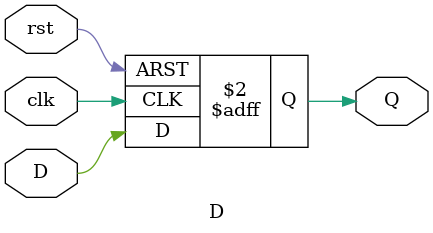
<source format=v>
module D (
    input  wire clk, rst, D,
    output reg  Q
);
    always @(posedge clk or posedge rst) begin
        if (rst)
            Q <= 1'b0;   
        else
            Q <= D;     
    end
endmodule

</source>
